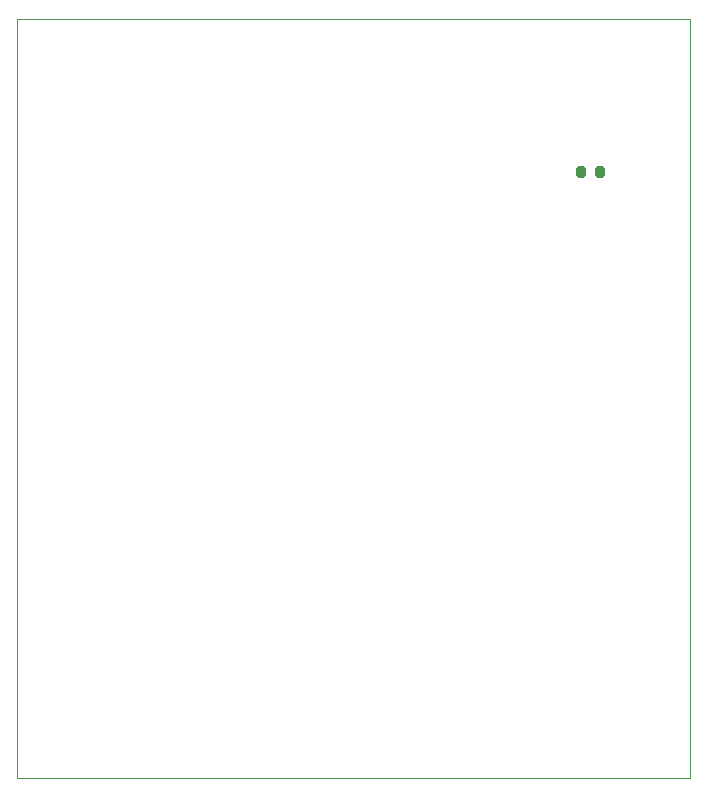
<source format=gbr>
%TF.GenerationSoftware,KiCad,Pcbnew,7.0.10*%
%TF.CreationDate,2024-03-20T10:30:33+05:30*%
%TF.ProjectId,TopSide_PCB,546f7053-6964-4655-9f50-43422e6b6963,rev?*%
%TF.SameCoordinates,Original*%
%TF.FileFunction,Paste,Top*%
%TF.FilePolarity,Positive*%
%FSLAX46Y46*%
G04 Gerber Fmt 4.6, Leading zero omitted, Abs format (unit mm)*
G04 Created by KiCad (PCBNEW 7.0.10) date 2024-03-20 10:30:33*
%MOMM*%
%LPD*%
G01*
G04 APERTURE LIST*
G04 Aperture macros list*
%AMRoundRect*
0 Rectangle with rounded corners*
0 $1 Rounding radius*
0 $2 $3 $4 $5 $6 $7 $8 $9 X,Y pos of 4 corners*
0 Add a 4 corners polygon primitive as box body*
4,1,4,$2,$3,$4,$5,$6,$7,$8,$9,$2,$3,0*
0 Add four circle primitives for the rounded corners*
1,1,$1+$1,$2,$3*
1,1,$1+$1,$4,$5*
1,1,$1+$1,$6,$7*
1,1,$1+$1,$8,$9*
0 Add four rect primitives between the rounded corners*
20,1,$1+$1,$2,$3,$4,$5,0*
20,1,$1+$1,$4,$5,$6,$7,0*
20,1,$1+$1,$6,$7,$8,$9,0*
20,1,$1+$1,$8,$9,$2,$3,0*%
G04 Aperture macros list end*
%ADD10RoundRect,0.200000X-0.200000X-0.275000X0.200000X-0.275000X0.200000X0.275000X-0.200000X0.275000X0*%
%TA.AperFunction,Profile*%
%ADD11C,0.100000*%
%TD*%
G04 APERTURE END LIST*
D10*
%TO.C,R1*%
X149971244Y-34279042D03*
X151621244Y-34279042D03*
%TD*%
D11*
X102260400Y-21386800D02*
X159207200Y-21386800D01*
X159207200Y-85648800D01*
X102260400Y-85648800D01*
X102260400Y-21386800D01*
M02*

</source>
